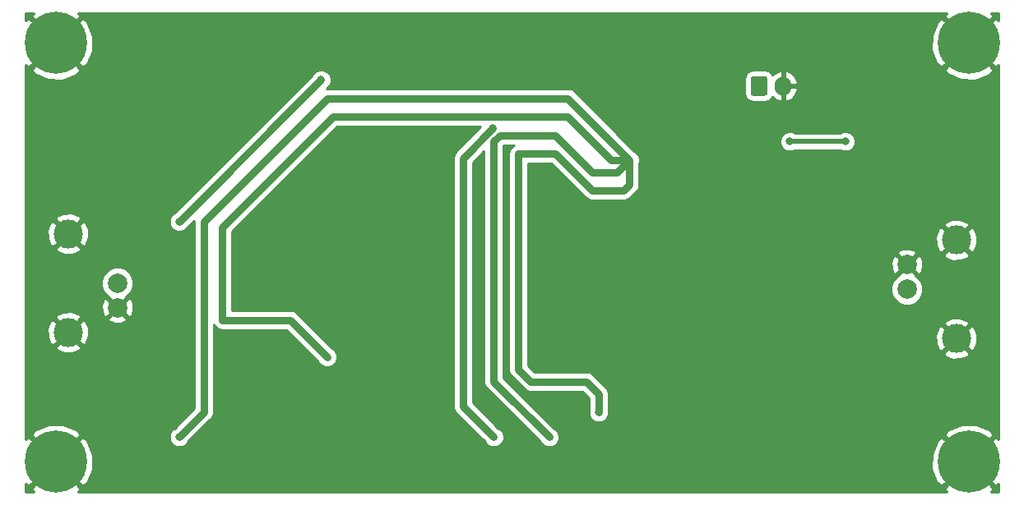
<source format=gbr>
G04 #@! TF.GenerationSoftware,KiCad,Pcbnew,(5.0.1)-4*
G04 #@! TF.CreationDate,2019-01-25T14:15:16+03:00*
G04 #@! TF.ProjectId,Lab Ampl,4C616220416D706C2E6B696361645F70,rev?*
G04 #@! TF.SameCoordinates,Original*
G04 #@! TF.FileFunction,Copper,L2,Bot,Signal*
G04 #@! TF.FilePolarity,Positive*
%FSLAX46Y46*%
G04 Gerber Fmt 4.6, Leading zero omitted, Abs format (unit mm)*
G04 Created by KiCad (PCBNEW (5.0.1)-4) date 25/01/2019 14:15:16*
%MOMM*%
%LPD*%
G01*
G04 APERTURE LIST*
G04 #@! TA.AperFunction,ComponentPad*
%ADD10C,6.400000*%
G04 #@! TD*
G04 #@! TA.AperFunction,Conductor*
%ADD11C,0.100000*%
G04 #@! TD*
G04 #@! TA.AperFunction,ComponentPad*
%ADD12C,1.700000*%
G04 #@! TD*
G04 #@! TA.AperFunction,ComponentPad*
%ADD13O,1.700000X2.000000*%
G04 #@! TD*
G04 #@! TA.AperFunction,ComponentPad*
%ADD14C,3.000000*%
G04 #@! TD*
G04 #@! TA.AperFunction,ComponentPad*
%ADD15C,2.000000*%
G04 #@! TD*
G04 #@! TA.AperFunction,ViaPad*
%ADD16C,0.800000*%
G04 #@! TD*
G04 #@! TA.AperFunction,Conductor*
%ADD17C,0.500000*%
G04 #@! TD*
G04 #@! TA.AperFunction,Conductor*
%ADD18C,0.750000*%
G04 #@! TD*
G04 #@! TA.AperFunction,Conductor*
%ADD19C,0.254000*%
G04 #@! TD*
G04 APERTURE END LIST*
D10*
G04 #@! TO.P,REF\002A\002A,1*
G04 #@! TO.N,GND*
X199390000Y-110490000D03*
G04 #@! TD*
G04 #@! TO.P,REF\002A\002A,1*
G04 #@! TO.N,GND*
X199390000Y-67310000D03*
G04 #@! TD*
G04 #@! TO.P,REF\002A\002A,1*
G04 #@! TO.N,GND*
X105410000Y-110490000D03*
G04 #@! TD*
D11*
G04 #@! TO.N,+5V*
G04 #@! TO.C,J3*
G36*
X178424504Y-70756204D02*
X178448773Y-70759804D01*
X178472571Y-70765765D01*
X178495671Y-70774030D01*
X178517849Y-70784520D01*
X178538893Y-70797133D01*
X178558598Y-70811747D01*
X178576777Y-70828223D01*
X178593253Y-70846402D01*
X178607867Y-70866107D01*
X178620480Y-70887151D01*
X178630970Y-70909329D01*
X178639235Y-70932429D01*
X178645196Y-70956227D01*
X178648796Y-70980496D01*
X178650000Y-71005000D01*
X178650000Y-72505000D01*
X178648796Y-72529504D01*
X178645196Y-72553773D01*
X178639235Y-72577571D01*
X178630970Y-72600671D01*
X178620480Y-72622849D01*
X178607867Y-72643893D01*
X178593253Y-72663598D01*
X178576777Y-72681777D01*
X178558598Y-72698253D01*
X178538893Y-72712867D01*
X178517849Y-72725480D01*
X178495671Y-72735970D01*
X178472571Y-72744235D01*
X178448773Y-72750196D01*
X178424504Y-72753796D01*
X178400000Y-72755000D01*
X177200000Y-72755000D01*
X177175496Y-72753796D01*
X177151227Y-72750196D01*
X177127429Y-72744235D01*
X177104329Y-72735970D01*
X177082151Y-72725480D01*
X177061107Y-72712867D01*
X177041402Y-72698253D01*
X177023223Y-72681777D01*
X177006747Y-72663598D01*
X176992133Y-72643893D01*
X176979520Y-72622849D01*
X176969030Y-72600671D01*
X176960765Y-72577571D01*
X176954804Y-72553773D01*
X176951204Y-72529504D01*
X176950000Y-72505000D01*
X176950000Y-71005000D01*
X176951204Y-70980496D01*
X176954804Y-70956227D01*
X176960765Y-70932429D01*
X176969030Y-70909329D01*
X176979520Y-70887151D01*
X176992133Y-70866107D01*
X177006747Y-70846402D01*
X177023223Y-70828223D01*
X177041402Y-70811747D01*
X177061107Y-70797133D01*
X177082151Y-70784520D01*
X177104329Y-70774030D01*
X177127429Y-70765765D01*
X177151227Y-70759804D01*
X177175496Y-70756204D01*
X177200000Y-70755000D01*
X178400000Y-70755000D01*
X178424504Y-70756204D01*
X178424504Y-70756204D01*
G37*
D12*
G04 #@! TD*
G04 #@! TO.P,J3,1*
G04 #@! TO.N,+5V*
X177800000Y-71755000D03*
D13*
G04 #@! TO.P,J3,2*
G04 #@! TO.N,GND*
X180300000Y-71755000D03*
G04 #@! TD*
D10*
G04 #@! TO.P,REF\002A\002A,1*
G04 #@! TO.N,GND*
X105410000Y-67310000D03*
G04 #@! TD*
D14*
G04 #@! TO.P,J1,2*
G04 #@! TO.N,GND*
X106680000Y-97155000D03*
X106680000Y-86995000D03*
D15*
G04 #@! TO.P,J1,1*
G04 #@! TO.N,Net-(C1-Pad2)*
X111760000Y-92075000D03*
G04 #@! TO.P,J1,2*
G04 #@! TO.N,GND*
X111760000Y-94615000D03*
G04 #@! TD*
G04 #@! TO.P,J2,2*
G04 #@! TO.N,GND*
X193040000Y-90170000D03*
G04 #@! TO.P,J2,1*
G04 #@! TO.N,Net-(J2-Pad1)*
X193040000Y-92710000D03*
D14*
G04 #@! TO.P,J2,2*
G04 #@! TO.N,GND*
X198120000Y-97790000D03*
X198120000Y-87630000D03*
G04 #@! TD*
D16*
G04 #@! TO.N,GND*
X144780000Y-87630000D03*
G04 #@! TO.N,Net-(C14-Pad1)*
X186690000Y-77470000D03*
X180975000Y-77470000D03*
G04 #@! TO.N,Vcc*
X118110000Y-85725000D03*
X132715000Y-71120000D03*
X150495000Y-107950000D03*
X150405215Y-76110215D03*
G04 #@! TO.N,Vee*
X118110000Y-107950000D03*
X164465000Y-79375000D03*
X133350000Y-99695000D03*
X156210000Y-107950000D03*
X161290000Y-105410000D03*
G04 #@! TD*
D17*
G04 #@! TO.N,Net-(C14-Pad1)*
X186690000Y-77470000D02*
X180975000Y-77470000D01*
D18*
G04 #@! TO.N,Vcc*
X118110000Y-85725000D02*
X132715000Y-71120000D01*
X150495000Y-107950000D02*
X147320000Y-104775000D01*
X147320000Y-104775000D02*
X147320000Y-79195430D01*
X147320000Y-79195430D02*
X150405215Y-76110215D01*
G04 #@! TO.N,Vee*
X118110000Y-107950000D02*
X120650000Y-105410000D01*
X120650000Y-105410000D02*
X120650000Y-85725000D01*
X120650000Y-85725000D02*
X133350000Y-73025000D01*
X133350000Y-73025000D02*
X158115000Y-73025000D01*
X158115000Y-73025000D02*
X164465000Y-79375000D01*
X133350000Y-99695000D02*
X129540000Y-95885000D01*
X129540000Y-95885000D02*
X122555000Y-95885000D01*
X122555000Y-95885000D02*
X122555000Y-86360000D01*
X122555000Y-86360000D02*
X133985000Y-74930000D01*
X133985000Y-74930000D02*
X158115000Y-74930000D01*
X162560000Y-79375000D02*
X164465000Y-79375000D01*
X158115000Y-74930000D02*
X162560000Y-79375000D01*
X156210000Y-107950000D02*
X150495000Y-102235000D01*
X150495000Y-102235000D02*
X150495000Y-77470000D01*
X150495000Y-77470000D02*
X151130000Y-76835000D01*
X151130000Y-76835000D02*
X156845000Y-76835000D01*
X156845000Y-76835000D02*
X160655000Y-80645000D01*
X163195000Y-80645000D02*
X164465000Y-79375000D01*
X160655000Y-80645000D02*
X163195000Y-80645000D01*
X164465000Y-81915000D02*
X164465000Y-79375000D01*
X163830000Y-82550000D02*
X164465000Y-81915000D01*
X160655000Y-82550000D02*
X163830000Y-82550000D01*
X156845000Y-78740000D02*
X160655000Y-82550000D01*
X161290000Y-105410000D02*
X161290000Y-103505000D01*
X161290000Y-103505000D02*
X160020000Y-102235000D01*
X160020000Y-102235000D02*
X154305000Y-102235000D01*
X154305000Y-102235000D02*
X153035000Y-100965000D01*
X153035000Y-100965000D02*
X153035000Y-78740000D01*
X153035000Y-78740000D02*
X156845000Y-78740000D01*
G04 #@! TD*
D19*
G04 #@! TO.N,GND*
G36*
X102848695Y-64569090D02*
X105410000Y-67130395D01*
X107971305Y-64569090D01*
X107705343Y-64210000D01*
X197094657Y-64210000D01*
X196828695Y-64569090D01*
X199390000Y-67130395D01*
X201951305Y-64569090D01*
X201685343Y-64210000D01*
X202490001Y-64210000D01*
X202490001Y-65014658D01*
X202130910Y-64748695D01*
X199569605Y-67310000D01*
X202130910Y-69871305D01*
X202490001Y-69605342D01*
X202490000Y-108194657D01*
X202130910Y-107928695D01*
X199569605Y-110490000D01*
X202130910Y-113051305D01*
X202490000Y-112785343D01*
X202490000Y-113590000D01*
X201685343Y-113590000D01*
X201951305Y-113230910D01*
X199390000Y-110669605D01*
X196828695Y-113230910D01*
X197094657Y-113590000D01*
X107705343Y-113590000D01*
X107971305Y-113230910D01*
X105410000Y-110669605D01*
X102848695Y-113230910D01*
X103114657Y-113590000D01*
X102310000Y-113590000D01*
X102310000Y-112785343D01*
X102669090Y-113051305D01*
X105230395Y-110490000D01*
X105589605Y-110490000D01*
X108150910Y-113051305D01*
X108646343Y-112684360D01*
X109239736Y-111278829D01*
X109240089Y-111226793D01*
X195549913Y-111226793D01*
X196124181Y-112640246D01*
X196153657Y-112684360D01*
X196649090Y-113051305D01*
X199210395Y-110490000D01*
X196649090Y-107928695D01*
X196153657Y-108295640D01*
X195560264Y-109701171D01*
X195549913Y-111226793D01*
X109240089Y-111226793D01*
X109250087Y-109753207D01*
X108675819Y-108339754D01*
X108646343Y-108295640D01*
X108150910Y-107928695D01*
X105589605Y-110490000D01*
X105230395Y-110490000D01*
X102669090Y-107928695D01*
X102310000Y-108194657D01*
X102310000Y-107749090D01*
X102848695Y-107749090D01*
X105410000Y-110310395D01*
X107971305Y-107749090D01*
X107604360Y-107253657D01*
X106198829Y-106660264D01*
X104673207Y-106649913D01*
X103259754Y-107224181D01*
X103215640Y-107253657D01*
X102848695Y-107749090D01*
X102310000Y-107749090D01*
X102310000Y-98668970D01*
X105345635Y-98668970D01*
X105505418Y-98987739D01*
X106296187Y-99297723D01*
X107145387Y-99281497D01*
X107854582Y-98987739D01*
X108014365Y-98668970D01*
X106680000Y-97334605D01*
X105345635Y-98668970D01*
X102310000Y-98668970D01*
X102310000Y-96771187D01*
X104537277Y-96771187D01*
X104553503Y-97620387D01*
X104847261Y-98329582D01*
X105166030Y-98489365D01*
X106500395Y-97155000D01*
X106859605Y-97155000D01*
X108193970Y-98489365D01*
X108512739Y-98329582D01*
X108822723Y-97538813D01*
X108806497Y-96689613D01*
X108512739Y-95980418D01*
X108193970Y-95820635D01*
X106859605Y-97155000D01*
X106500395Y-97155000D01*
X105166030Y-95820635D01*
X104847261Y-95980418D01*
X104537277Y-96771187D01*
X102310000Y-96771187D01*
X102310000Y-95641030D01*
X105345635Y-95641030D01*
X106680000Y-96975395D01*
X107887863Y-95767532D01*
X110787073Y-95767532D01*
X110885736Y-96034387D01*
X111495461Y-96260908D01*
X112145460Y-96236856D01*
X112634264Y-96034387D01*
X112732927Y-95767532D01*
X111760000Y-94794605D01*
X110787073Y-95767532D01*
X107887863Y-95767532D01*
X108014365Y-95641030D01*
X107854582Y-95322261D01*
X107063813Y-95012277D01*
X106214613Y-95028503D01*
X105505418Y-95322261D01*
X105345635Y-95641030D01*
X102310000Y-95641030D01*
X102310000Y-94350461D01*
X110114092Y-94350461D01*
X110138144Y-95000460D01*
X110340613Y-95489264D01*
X110607468Y-95587927D01*
X111580395Y-94615000D01*
X111939605Y-94615000D01*
X112912532Y-95587927D01*
X113179387Y-95489264D01*
X113405908Y-94879539D01*
X113381856Y-94229540D01*
X113179387Y-93740736D01*
X112912532Y-93642073D01*
X111939605Y-94615000D01*
X111580395Y-94615000D01*
X110607468Y-93642073D01*
X110340613Y-93740736D01*
X110114092Y-94350461D01*
X102310000Y-94350461D01*
X102310000Y-91749778D01*
X110125000Y-91749778D01*
X110125000Y-92400222D01*
X110373914Y-93001153D01*
X110800072Y-93427311D01*
X110787073Y-93462468D01*
X111760000Y-94435395D01*
X112732927Y-93462468D01*
X112719928Y-93427311D01*
X113146086Y-93001153D01*
X113395000Y-92400222D01*
X113395000Y-91749778D01*
X113146086Y-91148847D01*
X112686153Y-90688914D01*
X112085222Y-90440000D01*
X111434778Y-90440000D01*
X110833847Y-90688914D01*
X110373914Y-91148847D01*
X110125000Y-91749778D01*
X102310000Y-91749778D01*
X102310000Y-88508970D01*
X105345635Y-88508970D01*
X105505418Y-88827739D01*
X106296187Y-89137723D01*
X107145387Y-89121497D01*
X107854582Y-88827739D01*
X108014365Y-88508970D01*
X106680000Y-87174605D01*
X105345635Y-88508970D01*
X102310000Y-88508970D01*
X102310000Y-86611187D01*
X104537277Y-86611187D01*
X104553503Y-87460387D01*
X104847261Y-88169582D01*
X105166030Y-88329365D01*
X106500395Y-86995000D01*
X106859605Y-86995000D01*
X108193970Y-88329365D01*
X108512739Y-88169582D01*
X108822723Y-87378813D01*
X108806497Y-86529613D01*
X108512739Y-85820418D01*
X108193970Y-85660635D01*
X106859605Y-86995000D01*
X106500395Y-86995000D01*
X105166030Y-85660635D01*
X104847261Y-85820418D01*
X104537277Y-86611187D01*
X102310000Y-86611187D01*
X102310000Y-85481030D01*
X105345635Y-85481030D01*
X106680000Y-86815395D01*
X107976269Y-85519126D01*
X117075000Y-85519126D01*
X117075000Y-85930874D01*
X117232569Y-86311280D01*
X117523720Y-86602431D01*
X117904126Y-86760000D01*
X118315874Y-86760000D01*
X118696280Y-86602431D01*
X118987431Y-86311280D01*
X119012431Y-86250924D01*
X119640540Y-85622815D01*
X119620214Y-85725000D01*
X119640001Y-85824476D01*
X119640000Y-104991644D01*
X117584076Y-107047569D01*
X117523720Y-107072569D01*
X117232569Y-107363720D01*
X117075000Y-107744126D01*
X117075000Y-108155874D01*
X117232569Y-108536280D01*
X117523720Y-108827431D01*
X117904126Y-108985000D01*
X118315874Y-108985000D01*
X118696280Y-108827431D01*
X118987431Y-108536280D01*
X119012431Y-108475924D01*
X121293841Y-106194515D01*
X121378169Y-106138169D01*
X121472977Y-105996280D01*
X121601398Y-105804083D01*
X121601399Y-105804082D01*
X121660000Y-105509476D01*
X121660000Y-105509472D01*
X121679786Y-105410001D01*
X121660000Y-105310530D01*
X121660000Y-96363489D01*
X121721570Y-96455635D01*
X121826831Y-96613169D01*
X122160918Y-96836399D01*
X122555000Y-96914787D01*
X122654475Y-96895000D01*
X129121645Y-96895000D01*
X132447569Y-100220925D01*
X132472569Y-100281280D01*
X132763720Y-100572431D01*
X133144126Y-100730000D01*
X133555874Y-100730000D01*
X133936280Y-100572431D01*
X134227431Y-100281280D01*
X134385000Y-99900874D01*
X134385000Y-99489126D01*
X134227431Y-99108720D01*
X133936280Y-98817569D01*
X133875925Y-98792569D01*
X130324518Y-95241163D01*
X130268169Y-95156831D01*
X129934082Y-94933601D01*
X129639476Y-94875000D01*
X129639471Y-94875000D01*
X129540000Y-94855214D01*
X129440529Y-94875000D01*
X123565000Y-94875000D01*
X123565000Y-86778355D01*
X134403355Y-75940000D01*
X149147074Y-75940000D01*
X146676161Y-78410914D01*
X146591832Y-78467261D01*
X146535485Y-78551590D01*
X146535482Y-78551593D01*
X146368602Y-78801348D01*
X146290214Y-79195430D01*
X146310001Y-79294906D01*
X146310000Y-104675529D01*
X146290214Y-104775000D01*
X146310000Y-104874471D01*
X146310000Y-104874475D01*
X146368601Y-105169081D01*
X146591831Y-105503169D01*
X146676163Y-105559518D01*
X149592569Y-108475924D01*
X149617569Y-108536280D01*
X149908720Y-108827431D01*
X150289126Y-108985000D01*
X150700874Y-108985000D01*
X151081280Y-108827431D01*
X151372431Y-108536280D01*
X151530000Y-108155874D01*
X151530000Y-107744126D01*
X151372431Y-107363720D01*
X151081280Y-107072569D01*
X151020924Y-107047569D01*
X148330000Y-104356645D01*
X148330000Y-79613785D01*
X149485001Y-78458785D01*
X149485000Y-102135529D01*
X149465214Y-102235000D01*
X149485000Y-102334471D01*
X149485000Y-102334475D01*
X149543601Y-102629081D01*
X149766831Y-102963169D01*
X149851162Y-103019517D01*
X155307569Y-108475925D01*
X155332569Y-108536280D01*
X155623720Y-108827431D01*
X156004126Y-108985000D01*
X156415874Y-108985000D01*
X156796280Y-108827431D01*
X157087431Y-108536280D01*
X157245000Y-108155874D01*
X157245000Y-107749090D01*
X196828695Y-107749090D01*
X199390000Y-110310395D01*
X201951305Y-107749090D01*
X201584360Y-107253657D01*
X200178829Y-106660264D01*
X198653207Y-106649913D01*
X197239754Y-107224181D01*
X197195640Y-107253657D01*
X196828695Y-107749090D01*
X157245000Y-107749090D01*
X157245000Y-107744126D01*
X157087431Y-107363720D01*
X156796280Y-107072569D01*
X156735925Y-107047569D01*
X151505000Y-101816645D01*
X151505000Y-77888355D01*
X151548355Y-77845000D01*
X152556511Y-77845000D01*
X152306831Y-78011831D01*
X152083601Y-78345918D01*
X152005213Y-78740000D01*
X152025001Y-78839481D01*
X152025000Y-100865529D01*
X152005214Y-100965000D01*
X152025000Y-101064471D01*
X152025000Y-101064475D01*
X152083601Y-101359081D01*
X152306831Y-101693169D01*
X152391163Y-101749518D01*
X153520482Y-102878837D01*
X153576831Y-102963169D01*
X153910918Y-103186399D01*
X154205524Y-103245000D01*
X154205528Y-103245000D01*
X154304999Y-103264786D01*
X154404470Y-103245000D01*
X159601645Y-103245000D01*
X160280001Y-103923356D01*
X160280000Y-105143770D01*
X160255000Y-105204126D01*
X160255000Y-105615874D01*
X160412569Y-105996280D01*
X160703720Y-106287431D01*
X161084126Y-106445000D01*
X161495874Y-106445000D01*
X161876280Y-106287431D01*
X162167431Y-105996280D01*
X162325000Y-105615874D01*
X162325000Y-105204126D01*
X162300000Y-105143771D01*
X162300000Y-103604470D01*
X162319786Y-103504999D01*
X162300000Y-103405528D01*
X162300000Y-103405524D01*
X162241399Y-103110918D01*
X162018169Y-102776831D01*
X161933837Y-102720482D01*
X160804517Y-101591162D01*
X160748169Y-101506831D01*
X160414082Y-101283601D01*
X160119476Y-101225000D01*
X160119471Y-101225000D01*
X160020000Y-101205214D01*
X159920529Y-101225000D01*
X154723355Y-101225000D01*
X154045000Y-100546645D01*
X154045000Y-99303970D01*
X196785635Y-99303970D01*
X196945418Y-99622739D01*
X197736187Y-99932723D01*
X198585387Y-99916497D01*
X199294582Y-99622739D01*
X199454365Y-99303970D01*
X198120000Y-97969605D01*
X196785635Y-99303970D01*
X154045000Y-99303970D01*
X154045000Y-97406187D01*
X195977277Y-97406187D01*
X195993503Y-98255387D01*
X196287261Y-98964582D01*
X196606030Y-99124365D01*
X197940395Y-97790000D01*
X198299605Y-97790000D01*
X199633970Y-99124365D01*
X199952739Y-98964582D01*
X200262723Y-98173813D01*
X200246497Y-97324613D01*
X199952739Y-96615418D01*
X199633970Y-96455635D01*
X198299605Y-97790000D01*
X197940395Y-97790000D01*
X196606030Y-96455635D01*
X196287261Y-96615418D01*
X195977277Y-97406187D01*
X154045000Y-97406187D01*
X154045000Y-96276030D01*
X196785635Y-96276030D01*
X198120000Y-97610395D01*
X199454365Y-96276030D01*
X199294582Y-95957261D01*
X198503813Y-95647277D01*
X197654613Y-95663503D01*
X196945418Y-95957261D01*
X196785635Y-96276030D01*
X154045000Y-96276030D01*
X154045000Y-92384778D01*
X191405000Y-92384778D01*
X191405000Y-93035222D01*
X191653914Y-93636153D01*
X192113847Y-94096086D01*
X192714778Y-94345000D01*
X193365222Y-94345000D01*
X193966153Y-94096086D01*
X194426086Y-93636153D01*
X194675000Y-93035222D01*
X194675000Y-92384778D01*
X194426086Y-91783847D01*
X193999928Y-91357689D01*
X194012927Y-91322532D01*
X193040000Y-90349605D01*
X192067073Y-91322532D01*
X192080072Y-91357689D01*
X191653914Y-91783847D01*
X191405000Y-92384778D01*
X154045000Y-92384778D01*
X154045000Y-89905461D01*
X191394092Y-89905461D01*
X191418144Y-90555460D01*
X191620613Y-91044264D01*
X191887468Y-91142927D01*
X192860395Y-90170000D01*
X193219605Y-90170000D01*
X194192532Y-91142927D01*
X194459387Y-91044264D01*
X194685908Y-90434539D01*
X194661856Y-89784540D01*
X194459387Y-89295736D01*
X194192532Y-89197073D01*
X193219605Y-90170000D01*
X192860395Y-90170000D01*
X191887468Y-89197073D01*
X191620613Y-89295736D01*
X191394092Y-89905461D01*
X154045000Y-89905461D01*
X154045000Y-89017468D01*
X192067073Y-89017468D01*
X193040000Y-89990395D01*
X193886425Y-89143970D01*
X196785635Y-89143970D01*
X196945418Y-89462739D01*
X197736187Y-89772723D01*
X198585387Y-89756497D01*
X199294582Y-89462739D01*
X199454365Y-89143970D01*
X198120000Y-87809605D01*
X196785635Y-89143970D01*
X193886425Y-89143970D01*
X194012927Y-89017468D01*
X193914264Y-88750613D01*
X193304539Y-88524092D01*
X192654540Y-88548144D01*
X192165736Y-88750613D01*
X192067073Y-89017468D01*
X154045000Y-89017468D01*
X154045000Y-87246187D01*
X195977277Y-87246187D01*
X195993503Y-88095387D01*
X196287261Y-88804582D01*
X196606030Y-88964365D01*
X197940395Y-87630000D01*
X198299605Y-87630000D01*
X199633970Y-88964365D01*
X199952739Y-88804582D01*
X200262723Y-88013813D01*
X200246497Y-87164613D01*
X199952739Y-86455418D01*
X199633970Y-86295635D01*
X198299605Y-87630000D01*
X197940395Y-87630000D01*
X196606030Y-86295635D01*
X196287261Y-86455418D01*
X195977277Y-87246187D01*
X154045000Y-87246187D01*
X154045000Y-86116030D01*
X196785635Y-86116030D01*
X198120000Y-87450395D01*
X199454365Y-86116030D01*
X199294582Y-85797261D01*
X198503813Y-85487277D01*
X197654613Y-85503503D01*
X196945418Y-85797261D01*
X196785635Y-86116030D01*
X154045000Y-86116030D01*
X154045000Y-79750000D01*
X156426645Y-79750000D01*
X159870484Y-83193840D01*
X159926831Y-83278169D01*
X160011160Y-83334516D01*
X160011162Y-83334518D01*
X160186105Y-83451411D01*
X160260918Y-83501399D01*
X160555524Y-83560000D01*
X160555529Y-83560000D01*
X160655000Y-83579786D01*
X160754471Y-83560000D01*
X163730529Y-83560000D01*
X163830000Y-83579786D01*
X163929471Y-83560000D01*
X163929476Y-83560000D01*
X164224082Y-83501399D01*
X164558169Y-83278169D01*
X164614518Y-83193837D01*
X165108838Y-82699517D01*
X165193169Y-82643169D01*
X165255423Y-82550000D01*
X165416399Y-82309083D01*
X165446865Y-82155918D01*
X165475000Y-82014476D01*
X165475000Y-82014472D01*
X165494786Y-81915000D01*
X165475000Y-81815528D01*
X165475000Y-79641229D01*
X165500000Y-79580874D01*
X165500000Y-79169126D01*
X165342431Y-78788720D01*
X165051280Y-78497569D01*
X164990924Y-78472569D01*
X163782481Y-77264126D01*
X179940000Y-77264126D01*
X179940000Y-77675874D01*
X180097569Y-78056280D01*
X180388720Y-78347431D01*
X180769126Y-78505000D01*
X181180874Y-78505000D01*
X181543007Y-78355000D01*
X186121993Y-78355000D01*
X186484126Y-78505000D01*
X186895874Y-78505000D01*
X187276280Y-78347431D01*
X187567431Y-78056280D01*
X187725000Y-77675874D01*
X187725000Y-77264126D01*
X187567431Y-76883720D01*
X187276280Y-76592569D01*
X186895874Y-76435000D01*
X186484126Y-76435000D01*
X186121993Y-76585000D01*
X181543007Y-76585000D01*
X181180874Y-76435000D01*
X180769126Y-76435000D01*
X180388720Y-76592569D01*
X180097569Y-76883720D01*
X179940000Y-77264126D01*
X163782481Y-77264126D01*
X158899518Y-72381163D01*
X158843169Y-72296831D01*
X158509082Y-72073601D01*
X158214476Y-72015000D01*
X158214471Y-72015000D01*
X158115000Y-71995214D01*
X158015529Y-72015000D01*
X133449470Y-72015000D01*
X133349999Y-71995214D01*
X133266566Y-72011810D01*
X133301280Y-71997431D01*
X133592431Y-71706280D01*
X133750000Y-71325874D01*
X133750000Y-71005000D01*
X176302560Y-71005000D01*
X176302560Y-72505000D01*
X176370874Y-72848435D01*
X176565414Y-73139586D01*
X176856565Y-73334126D01*
X177200000Y-73402440D01*
X178400000Y-73402440D01*
X178743435Y-73334126D01*
X179034586Y-73139586D01*
X179211648Y-72874593D01*
X179407955Y-73093664D01*
X179930740Y-73344553D01*
X179943110Y-73346476D01*
X180173000Y-73225155D01*
X180173000Y-71882000D01*
X180427000Y-71882000D01*
X180427000Y-73225155D01*
X180656890Y-73346476D01*
X180669260Y-73344553D01*
X181192045Y-73093664D01*
X181579024Y-72661812D01*
X181771284Y-72114742D01*
X181627231Y-71882000D01*
X180427000Y-71882000D01*
X180173000Y-71882000D01*
X180153000Y-71882000D01*
X180153000Y-71628000D01*
X180173000Y-71628000D01*
X180173000Y-70284845D01*
X180427000Y-70284845D01*
X180427000Y-71628000D01*
X181627231Y-71628000D01*
X181771284Y-71395258D01*
X181579024Y-70848188D01*
X181192045Y-70416336D01*
X180669260Y-70165447D01*
X180656890Y-70163524D01*
X180427000Y-70284845D01*
X180173000Y-70284845D01*
X179943110Y-70163524D01*
X179930740Y-70165447D01*
X179407955Y-70416336D01*
X179211648Y-70635407D01*
X179034586Y-70370414D01*
X178743435Y-70175874D01*
X178400000Y-70107560D01*
X177200000Y-70107560D01*
X176856565Y-70175874D01*
X176565414Y-70370414D01*
X176370874Y-70661565D01*
X176302560Y-71005000D01*
X133750000Y-71005000D01*
X133750000Y-70914126D01*
X133592431Y-70533720D01*
X133301280Y-70242569D01*
X132920874Y-70085000D01*
X132509126Y-70085000D01*
X132128720Y-70242569D01*
X131837569Y-70533720D01*
X131812569Y-70594076D01*
X117584076Y-84822569D01*
X117523720Y-84847569D01*
X117232569Y-85138720D01*
X117075000Y-85519126D01*
X107976269Y-85519126D01*
X108014365Y-85481030D01*
X107854582Y-85162261D01*
X107063813Y-84852277D01*
X106214613Y-84868503D01*
X105505418Y-85162261D01*
X105345635Y-85481030D01*
X102310000Y-85481030D01*
X102310000Y-70050910D01*
X102848695Y-70050910D01*
X103215640Y-70546343D01*
X104621171Y-71139736D01*
X106146793Y-71150087D01*
X107560246Y-70575819D01*
X107604360Y-70546343D01*
X107971305Y-70050910D01*
X196828695Y-70050910D01*
X197195640Y-70546343D01*
X198601171Y-71139736D01*
X200126793Y-71150087D01*
X201540246Y-70575819D01*
X201584360Y-70546343D01*
X201951305Y-70050910D01*
X199390000Y-67489605D01*
X196828695Y-70050910D01*
X107971305Y-70050910D01*
X105410000Y-67489605D01*
X102848695Y-70050910D01*
X102310000Y-70050910D01*
X102310000Y-69605343D01*
X102669090Y-69871305D01*
X105230395Y-67310000D01*
X105589605Y-67310000D01*
X108150910Y-69871305D01*
X108646343Y-69504360D01*
X109239736Y-68098829D01*
X109240089Y-68046793D01*
X195549913Y-68046793D01*
X196124181Y-69460246D01*
X196153657Y-69504360D01*
X196649090Y-69871305D01*
X199210395Y-67310000D01*
X196649090Y-64748695D01*
X196153657Y-65115640D01*
X195560264Y-66521171D01*
X195549913Y-68046793D01*
X109240089Y-68046793D01*
X109250087Y-66573207D01*
X108675819Y-65159754D01*
X108646343Y-65115640D01*
X108150910Y-64748695D01*
X105589605Y-67310000D01*
X105230395Y-67310000D01*
X102669090Y-64748695D01*
X102310000Y-65014657D01*
X102310000Y-64210000D01*
X103114657Y-64210000D01*
X102848695Y-64569090D01*
X102848695Y-64569090D01*
G37*
X102848695Y-64569090D02*
X105410000Y-67130395D01*
X107971305Y-64569090D01*
X107705343Y-64210000D01*
X197094657Y-64210000D01*
X196828695Y-64569090D01*
X199390000Y-67130395D01*
X201951305Y-64569090D01*
X201685343Y-64210000D01*
X202490001Y-64210000D01*
X202490001Y-65014658D01*
X202130910Y-64748695D01*
X199569605Y-67310000D01*
X202130910Y-69871305D01*
X202490001Y-69605342D01*
X202490000Y-108194657D01*
X202130910Y-107928695D01*
X199569605Y-110490000D01*
X202130910Y-113051305D01*
X202490000Y-112785343D01*
X202490000Y-113590000D01*
X201685343Y-113590000D01*
X201951305Y-113230910D01*
X199390000Y-110669605D01*
X196828695Y-113230910D01*
X197094657Y-113590000D01*
X107705343Y-113590000D01*
X107971305Y-113230910D01*
X105410000Y-110669605D01*
X102848695Y-113230910D01*
X103114657Y-113590000D01*
X102310000Y-113590000D01*
X102310000Y-112785343D01*
X102669090Y-113051305D01*
X105230395Y-110490000D01*
X105589605Y-110490000D01*
X108150910Y-113051305D01*
X108646343Y-112684360D01*
X109239736Y-111278829D01*
X109240089Y-111226793D01*
X195549913Y-111226793D01*
X196124181Y-112640246D01*
X196153657Y-112684360D01*
X196649090Y-113051305D01*
X199210395Y-110490000D01*
X196649090Y-107928695D01*
X196153657Y-108295640D01*
X195560264Y-109701171D01*
X195549913Y-111226793D01*
X109240089Y-111226793D01*
X109250087Y-109753207D01*
X108675819Y-108339754D01*
X108646343Y-108295640D01*
X108150910Y-107928695D01*
X105589605Y-110490000D01*
X105230395Y-110490000D01*
X102669090Y-107928695D01*
X102310000Y-108194657D01*
X102310000Y-107749090D01*
X102848695Y-107749090D01*
X105410000Y-110310395D01*
X107971305Y-107749090D01*
X107604360Y-107253657D01*
X106198829Y-106660264D01*
X104673207Y-106649913D01*
X103259754Y-107224181D01*
X103215640Y-107253657D01*
X102848695Y-107749090D01*
X102310000Y-107749090D01*
X102310000Y-98668970D01*
X105345635Y-98668970D01*
X105505418Y-98987739D01*
X106296187Y-99297723D01*
X107145387Y-99281497D01*
X107854582Y-98987739D01*
X108014365Y-98668970D01*
X106680000Y-97334605D01*
X105345635Y-98668970D01*
X102310000Y-98668970D01*
X102310000Y-96771187D01*
X104537277Y-96771187D01*
X104553503Y-97620387D01*
X104847261Y-98329582D01*
X105166030Y-98489365D01*
X106500395Y-97155000D01*
X106859605Y-97155000D01*
X108193970Y-98489365D01*
X108512739Y-98329582D01*
X108822723Y-97538813D01*
X108806497Y-96689613D01*
X108512739Y-95980418D01*
X108193970Y-95820635D01*
X106859605Y-97155000D01*
X106500395Y-97155000D01*
X105166030Y-95820635D01*
X104847261Y-95980418D01*
X104537277Y-96771187D01*
X102310000Y-96771187D01*
X102310000Y-95641030D01*
X105345635Y-95641030D01*
X106680000Y-96975395D01*
X107887863Y-95767532D01*
X110787073Y-95767532D01*
X110885736Y-96034387D01*
X111495461Y-96260908D01*
X112145460Y-96236856D01*
X112634264Y-96034387D01*
X112732927Y-95767532D01*
X111760000Y-94794605D01*
X110787073Y-95767532D01*
X107887863Y-95767532D01*
X108014365Y-95641030D01*
X107854582Y-95322261D01*
X107063813Y-95012277D01*
X106214613Y-95028503D01*
X105505418Y-95322261D01*
X105345635Y-95641030D01*
X102310000Y-95641030D01*
X102310000Y-94350461D01*
X110114092Y-94350461D01*
X110138144Y-95000460D01*
X110340613Y-95489264D01*
X110607468Y-95587927D01*
X111580395Y-94615000D01*
X111939605Y-94615000D01*
X112912532Y-95587927D01*
X113179387Y-95489264D01*
X113405908Y-94879539D01*
X113381856Y-94229540D01*
X113179387Y-93740736D01*
X112912532Y-93642073D01*
X111939605Y-94615000D01*
X111580395Y-94615000D01*
X110607468Y-93642073D01*
X110340613Y-93740736D01*
X110114092Y-94350461D01*
X102310000Y-94350461D01*
X102310000Y-91749778D01*
X110125000Y-91749778D01*
X110125000Y-92400222D01*
X110373914Y-93001153D01*
X110800072Y-93427311D01*
X110787073Y-93462468D01*
X111760000Y-94435395D01*
X112732927Y-93462468D01*
X112719928Y-93427311D01*
X113146086Y-93001153D01*
X113395000Y-92400222D01*
X113395000Y-91749778D01*
X113146086Y-91148847D01*
X112686153Y-90688914D01*
X112085222Y-90440000D01*
X111434778Y-90440000D01*
X110833847Y-90688914D01*
X110373914Y-91148847D01*
X110125000Y-91749778D01*
X102310000Y-91749778D01*
X102310000Y-88508970D01*
X105345635Y-88508970D01*
X105505418Y-88827739D01*
X106296187Y-89137723D01*
X107145387Y-89121497D01*
X107854582Y-88827739D01*
X108014365Y-88508970D01*
X106680000Y-87174605D01*
X105345635Y-88508970D01*
X102310000Y-88508970D01*
X102310000Y-86611187D01*
X104537277Y-86611187D01*
X104553503Y-87460387D01*
X104847261Y-88169582D01*
X105166030Y-88329365D01*
X106500395Y-86995000D01*
X106859605Y-86995000D01*
X108193970Y-88329365D01*
X108512739Y-88169582D01*
X108822723Y-87378813D01*
X108806497Y-86529613D01*
X108512739Y-85820418D01*
X108193970Y-85660635D01*
X106859605Y-86995000D01*
X106500395Y-86995000D01*
X105166030Y-85660635D01*
X104847261Y-85820418D01*
X104537277Y-86611187D01*
X102310000Y-86611187D01*
X102310000Y-85481030D01*
X105345635Y-85481030D01*
X106680000Y-86815395D01*
X107976269Y-85519126D01*
X117075000Y-85519126D01*
X117075000Y-85930874D01*
X117232569Y-86311280D01*
X117523720Y-86602431D01*
X117904126Y-86760000D01*
X118315874Y-86760000D01*
X118696280Y-86602431D01*
X118987431Y-86311280D01*
X119012431Y-86250924D01*
X119640540Y-85622815D01*
X119620214Y-85725000D01*
X119640001Y-85824476D01*
X119640000Y-104991644D01*
X117584076Y-107047569D01*
X117523720Y-107072569D01*
X117232569Y-107363720D01*
X117075000Y-107744126D01*
X117075000Y-108155874D01*
X117232569Y-108536280D01*
X117523720Y-108827431D01*
X117904126Y-108985000D01*
X118315874Y-108985000D01*
X118696280Y-108827431D01*
X118987431Y-108536280D01*
X119012431Y-108475924D01*
X121293841Y-106194515D01*
X121378169Y-106138169D01*
X121472977Y-105996280D01*
X121601398Y-105804083D01*
X121601399Y-105804082D01*
X121660000Y-105509476D01*
X121660000Y-105509472D01*
X121679786Y-105410001D01*
X121660000Y-105310530D01*
X121660000Y-96363489D01*
X121721570Y-96455635D01*
X121826831Y-96613169D01*
X122160918Y-96836399D01*
X122555000Y-96914787D01*
X122654475Y-96895000D01*
X129121645Y-96895000D01*
X132447569Y-100220925D01*
X132472569Y-100281280D01*
X132763720Y-100572431D01*
X133144126Y-100730000D01*
X133555874Y-100730000D01*
X133936280Y-100572431D01*
X134227431Y-100281280D01*
X134385000Y-99900874D01*
X134385000Y-99489126D01*
X134227431Y-99108720D01*
X133936280Y-98817569D01*
X133875925Y-98792569D01*
X130324518Y-95241163D01*
X130268169Y-95156831D01*
X129934082Y-94933601D01*
X129639476Y-94875000D01*
X129639471Y-94875000D01*
X129540000Y-94855214D01*
X129440529Y-94875000D01*
X123565000Y-94875000D01*
X123565000Y-86778355D01*
X134403355Y-75940000D01*
X149147074Y-75940000D01*
X146676161Y-78410914D01*
X146591832Y-78467261D01*
X146535485Y-78551590D01*
X146535482Y-78551593D01*
X146368602Y-78801348D01*
X146290214Y-79195430D01*
X146310001Y-79294906D01*
X146310000Y-104675529D01*
X146290214Y-104775000D01*
X146310000Y-104874471D01*
X146310000Y-104874475D01*
X146368601Y-105169081D01*
X146591831Y-105503169D01*
X146676163Y-105559518D01*
X149592569Y-108475924D01*
X149617569Y-108536280D01*
X149908720Y-108827431D01*
X150289126Y-108985000D01*
X150700874Y-108985000D01*
X151081280Y-108827431D01*
X151372431Y-108536280D01*
X151530000Y-108155874D01*
X151530000Y-107744126D01*
X151372431Y-107363720D01*
X151081280Y-107072569D01*
X151020924Y-107047569D01*
X148330000Y-104356645D01*
X148330000Y-79613785D01*
X149485001Y-78458785D01*
X149485000Y-102135529D01*
X149465214Y-102235000D01*
X149485000Y-102334471D01*
X149485000Y-102334475D01*
X149543601Y-102629081D01*
X149766831Y-102963169D01*
X149851162Y-103019517D01*
X155307569Y-108475925D01*
X155332569Y-108536280D01*
X155623720Y-108827431D01*
X156004126Y-108985000D01*
X156415874Y-108985000D01*
X156796280Y-108827431D01*
X157087431Y-108536280D01*
X157245000Y-108155874D01*
X157245000Y-107749090D01*
X196828695Y-107749090D01*
X199390000Y-110310395D01*
X201951305Y-107749090D01*
X201584360Y-107253657D01*
X200178829Y-106660264D01*
X198653207Y-106649913D01*
X197239754Y-107224181D01*
X197195640Y-107253657D01*
X196828695Y-107749090D01*
X157245000Y-107749090D01*
X157245000Y-107744126D01*
X157087431Y-107363720D01*
X156796280Y-107072569D01*
X156735925Y-107047569D01*
X151505000Y-101816645D01*
X151505000Y-77888355D01*
X151548355Y-77845000D01*
X152556511Y-77845000D01*
X152306831Y-78011831D01*
X152083601Y-78345918D01*
X152005213Y-78740000D01*
X152025001Y-78839481D01*
X152025000Y-100865529D01*
X152005214Y-100965000D01*
X152025000Y-101064471D01*
X152025000Y-101064475D01*
X152083601Y-101359081D01*
X152306831Y-101693169D01*
X152391163Y-101749518D01*
X153520482Y-102878837D01*
X153576831Y-102963169D01*
X153910918Y-103186399D01*
X154205524Y-103245000D01*
X154205528Y-103245000D01*
X154304999Y-103264786D01*
X154404470Y-103245000D01*
X159601645Y-103245000D01*
X160280001Y-103923356D01*
X160280000Y-105143770D01*
X160255000Y-105204126D01*
X160255000Y-105615874D01*
X160412569Y-105996280D01*
X160703720Y-106287431D01*
X161084126Y-106445000D01*
X161495874Y-106445000D01*
X161876280Y-106287431D01*
X162167431Y-105996280D01*
X162325000Y-105615874D01*
X162325000Y-105204126D01*
X162300000Y-105143771D01*
X162300000Y-103604470D01*
X162319786Y-103504999D01*
X162300000Y-103405528D01*
X162300000Y-103405524D01*
X162241399Y-103110918D01*
X162018169Y-102776831D01*
X161933837Y-102720482D01*
X160804517Y-101591162D01*
X160748169Y-101506831D01*
X160414082Y-101283601D01*
X160119476Y-101225000D01*
X160119471Y-101225000D01*
X160020000Y-101205214D01*
X159920529Y-101225000D01*
X154723355Y-101225000D01*
X154045000Y-100546645D01*
X154045000Y-99303970D01*
X196785635Y-99303970D01*
X196945418Y-99622739D01*
X197736187Y-99932723D01*
X198585387Y-99916497D01*
X199294582Y-99622739D01*
X199454365Y-99303970D01*
X198120000Y-97969605D01*
X196785635Y-99303970D01*
X154045000Y-99303970D01*
X154045000Y-97406187D01*
X195977277Y-97406187D01*
X195993503Y-98255387D01*
X196287261Y-98964582D01*
X196606030Y-99124365D01*
X197940395Y-97790000D01*
X198299605Y-97790000D01*
X199633970Y-99124365D01*
X199952739Y-98964582D01*
X200262723Y-98173813D01*
X200246497Y-97324613D01*
X199952739Y-96615418D01*
X199633970Y-96455635D01*
X198299605Y-97790000D01*
X197940395Y-97790000D01*
X196606030Y-96455635D01*
X196287261Y-96615418D01*
X195977277Y-97406187D01*
X154045000Y-97406187D01*
X154045000Y-96276030D01*
X196785635Y-96276030D01*
X198120000Y-97610395D01*
X199454365Y-96276030D01*
X199294582Y-95957261D01*
X198503813Y-95647277D01*
X197654613Y-95663503D01*
X196945418Y-95957261D01*
X196785635Y-96276030D01*
X154045000Y-96276030D01*
X154045000Y-92384778D01*
X191405000Y-92384778D01*
X191405000Y-93035222D01*
X191653914Y-93636153D01*
X192113847Y-94096086D01*
X192714778Y-94345000D01*
X193365222Y-94345000D01*
X193966153Y-94096086D01*
X194426086Y-93636153D01*
X194675000Y-93035222D01*
X194675000Y-92384778D01*
X194426086Y-91783847D01*
X193999928Y-91357689D01*
X194012927Y-91322532D01*
X193040000Y-90349605D01*
X192067073Y-91322532D01*
X192080072Y-91357689D01*
X191653914Y-91783847D01*
X191405000Y-92384778D01*
X154045000Y-92384778D01*
X154045000Y-89905461D01*
X191394092Y-89905461D01*
X191418144Y-90555460D01*
X191620613Y-91044264D01*
X191887468Y-91142927D01*
X192860395Y-90170000D01*
X193219605Y-90170000D01*
X194192532Y-91142927D01*
X194459387Y-91044264D01*
X194685908Y-90434539D01*
X194661856Y-89784540D01*
X194459387Y-89295736D01*
X194192532Y-89197073D01*
X193219605Y-90170000D01*
X192860395Y-90170000D01*
X191887468Y-89197073D01*
X191620613Y-89295736D01*
X191394092Y-89905461D01*
X154045000Y-89905461D01*
X154045000Y-89017468D01*
X192067073Y-89017468D01*
X193040000Y-89990395D01*
X193886425Y-89143970D01*
X196785635Y-89143970D01*
X196945418Y-89462739D01*
X197736187Y-89772723D01*
X198585387Y-89756497D01*
X199294582Y-89462739D01*
X199454365Y-89143970D01*
X198120000Y-87809605D01*
X196785635Y-89143970D01*
X193886425Y-89143970D01*
X194012927Y-89017468D01*
X193914264Y-88750613D01*
X193304539Y-88524092D01*
X192654540Y-88548144D01*
X192165736Y-88750613D01*
X192067073Y-89017468D01*
X154045000Y-89017468D01*
X154045000Y-87246187D01*
X195977277Y-87246187D01*
X195993503Y-88095387D01*
X196287261Y-88804582D01*
X196606030Y-88964365D01*
X197940395Y-87630000D01*
X198299605Y-87630000D01*
X199633970Y-88964365D01*
X199952739Y-88804582D01*
X200262723Y-88013813D01*
X200246497Y-87164613D01*
X199952739Y-86455418D01*
X199633970Y-86295635D01*
X198299605Y-87630000D01*
X197940395Y-87630000D01*
X196606030Y-86295635D01*
X196287261Y-86455418D01*
X195977277Y-87246187D01*
X154045000Y-87246187D01*
X154045000Y-86116030D01*
X196785635Y-86116030D01*
X198120000Y-87450395D01*
X199454365Y-86116030D01*
X199294582Y-85797261D01*
X198503813Y-85487277D01*
X197654613Y-85503503D01*
X196945418Y-85797261D01*
X196785635Y-86116030D01*
X154045000Y-86116030D01*
X154045000Y-79750000D01*
X156426645Y-79750000D01*
X159870484Y-83193840D01*
X159926831Y-83278169D01*
X160011160Y-83334516D01*
X160011162Y-83334518D01*
X160186105Y-83451411D01*
X160260918Y-83501399D01*
X160555524Y-83560000D01*
X160555529Y-83560000D01*
X160655000Y-83579786D01*
X160754471Y-83560000D01*
X163730529Y-83560000D01*
X163830000Y-83579786D01*
X163929471Y-83560000D01*
X163929476Y-83560000D01*
X164224082Y-83501399D01*
X164558169Y-83278169D01*
X164614518Y-83193837D01*
X165108838Y-82699517D01*
X165193169Y-82643169D01*
X165255423Y-82550000D01*
X165416399Y-82309083D01*
X165446865Y-82155918D01*
X165475000Y-82014476D01*
X165475000Y-82014472D01*
X165494786Y-81915000D01*
X165475000Y-81815528D01*
X165475000Y-79641229D01*
X165500000Y-79580874D01*
X165500000Y-79169126D01*
X165342431Y-78788720D01*
X165051280Y-78497569D01*
X164990924Y-78472569D01*
X163782481Y-77264126D01*
X179940000Y-77264126D01*
X179940000Y-77675874D01*
X180097569Y-78056280D01*
X180388720Y-78347431D01*
X180769126Y-78505000D01*
X181180874Y-78505000D01*
X181543007Y-78355000D01*
X186121993Y-78355000D01*
X186484126Y-78505000D01*
X186895874Y-78505000D01*
X187276280Y-78347431D01*
X187567431Y-78056280D01*
X187725000Y-77675874D01*
X187725000Y-77264126D01*
X187567431Y-76883720D01*
X187276280Y-76592569D01*
X186895874Y-76435000D01*
X186484126Y-76435000D01*
X186121993Y-76585000D01*
X181543007Y-76585000D01*
X181180874Y-76435000D01*
X180769126Y-76435000D01*
X180388720Y-76592569D01*
X180097569Y-76883720D01*
X179940000Y-77264126D01*
X163782481Y-77264126D01*
X158899518Y-72381163D01*
X158843169Y-72296831D01*
X158509082Y-72073601D01*
X158214476Y-72015000D01*
X158214471Y-72015000D01*
X158115000Y-71995214D01*
X158015529Y-72015000D01*
X133449470Y-72015000D01*
X133349999Y-71995214D01*
X133266566Y-72011810D01*
X133301280Y-71997431D01*
X133592431Y-71706280D01*
X133750000Y-71325874D01*
X133750000Y-71005000D01*
X176302560Y-71005000D01*
X176302560Y-72505000D01*
X176370874Y-72848435D01*
X176565414Y-73139586D01*
X176856565Y-73334126D01*
X177200000Y-73402440D01*
X178400000Y-73402440D01*
X178743435Y-73334126D01*
X179034586Y-73139586D01*
X179211648Y-72874593D01*
X179407955Y-73093664D01*
X179930740Y-73344553D01*
X179943110Y-73346476D01*
X180173000Y-73225155D01*
X180173000Y-71882000D01*
X180427000Y-71882000D01*
X180427000Y-73225155D01*
X180656890Y-73346476D01*
X180669260Y-73344553D01*
X181192045Y-73093664D01*
X181579024Y-72661812D01*
X181771284Y-72114742D01*
X181627231Y-71882000D01*
X180427000Y-71882000D01*
X180173000Y-71882000D01*
X180153000Y-71882000D01*
X180153000Y-71628000D01*
X180173000Y-71628000D01*
X180173000Y-70284845D01*
X180427000Y-70284845D01*
X180427000Y-71628000D01*
X181627231Y-71628000D01*
X181771284Y-71395258D01*
X181579024Y-70848188D01*
X181192045Y-70416336D01*
X180669260Y-70165447D01*
X180656890Y-70163524D01*
X180427000Y-70284845D01*
X180173000Y-70284845D01*
X179943110Y-70163524D01*
X179930740Y-70165447D01*
X179407955Y-70416336D01*
X179211648Y-70635407D01*
X179034586Y-70370414D01*
X178743435Y-70175874D01*
X178400000Y-70107560D01*
X177200000Y-70107560D01*
X176856565Y-70175874D01*
X176565414Y-70370414D01*
X176370874Y-70661565D01*
X176302560Y-71005000D01*
X133750000Y-71005000D01*
X133750000Y-70914126D01*
X133592431Y-70533720D01*
X133301280Y-70242569D01*
X132920874Y-70085000D01*
X132509126Y-70085000D01*
X132128720Y-70242569D01*
X131837569Y-70533720D01*
X131812569Y-70594076D01*
X117584076Y-84822569D01*
X117523720Y-84847569D01*
X117232569Y-85138720D01*
X117075000Y-85519126D01*
X107976269Y-85519126D01*
X108014365Y-85481030D01*
X107854582Y-85162261D01*
X107063813Y-84852277D01*
X106214613Y-84868503D01*
X105505418Y-85162261D01*
X105345635Y-85481030D01*
X102310000Y-85481030D01*
X102310000Y-70050910D01*
X102848695Y-70050910D01*
X103215640Y-70546343D01*
X104621171Y-71139736D01*
X106146793Y-71150087D01*
X107560246Y-70575819D01*
X107604360Y-70546343D01*
X107971305Y-70050910D01*
X196828695Y-70050910D01*
X197195640Y-70546343D01*
X198601171Y-71139736D01*
X200126793Y-71150087D01*
X201540246Y-70575819D01*
X201584360Y-70546343D01*
X201951305Y-70050910D01*
X199390000Y-67489605D01*
X196828695Y-70050910D01*
X107971305Y-70050910D01*
X105410000Y-67489605D01*
X102848695Y-70050910D01*
X102310000Y-70050910D01*
X102310000Y-69605343D01*
X102669090Y-69871305D01*
X105230395Y-67310000D01*
X105589605Y-67310000D01*
X108150910Y-69871305D01*
X108646343Y-69504360D01*
X109239736Y-68098829D01*
X109240089Y-68046793D01*
X195549913Y-68046793D01*
X196124181Y-69460246D01*
X196153657Y-69504360D01*
X196649090Y-69871305D01*
X199210395Y-67310000D01*
X196649090Y-64748695D01*
X196153657Y-65115640D01*
X195560264Y-66521171D01*
X195549913Y-68046793D01*
X109240089Y-68046793D01*
X109250087Y-66573207D01*
X108675819Y-65159754D01*
X108646343Y-65115640D01*
X108150910Y-64748695D01*
X105589605Y-67310000D01*
X105230395Y-67310000D01*
X102669090Y-64748695D01*
X102310000Y-65014657D01*
X102310000Y-64210000D01*
X103114657Y-64210000D01*
X102848695Y-64569090D01*
G04 #@! TD*
M02*

</source>
